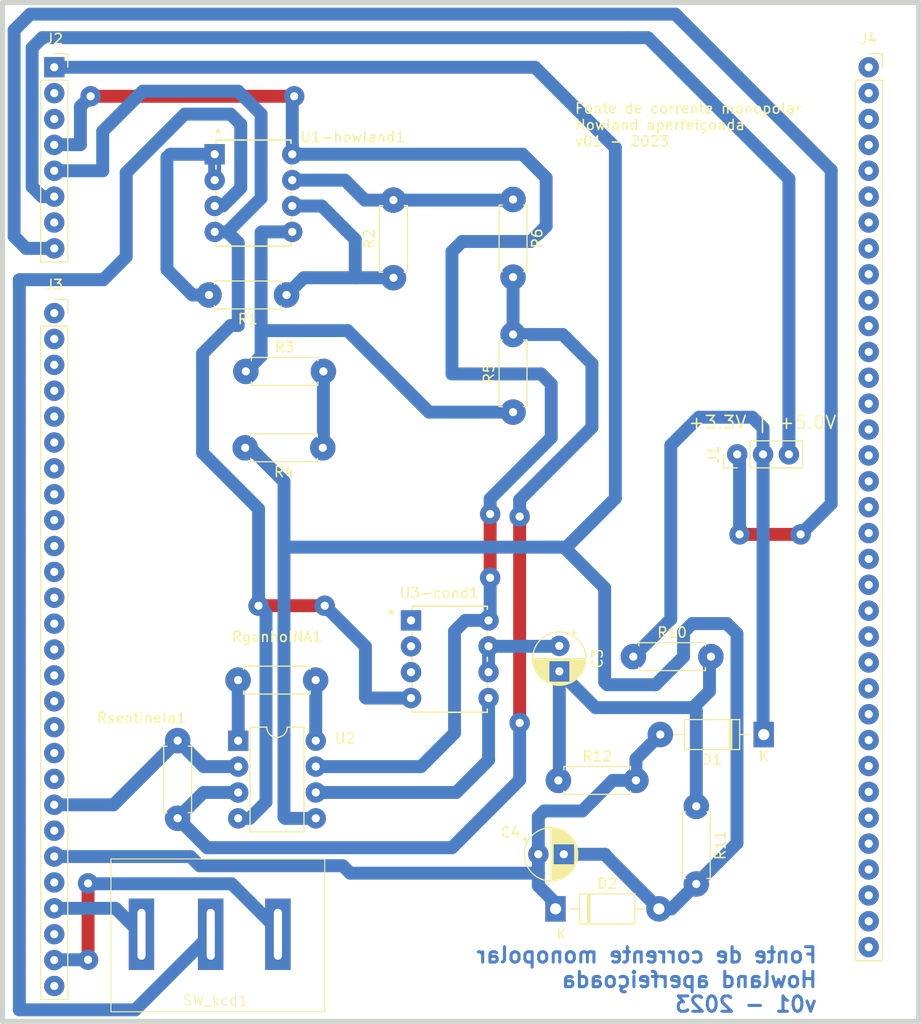
<source format=kicad_pcb>
(kicad_pcb (version 20221018) (generator pcbnew)
  (title_block (title "Barramento do EITduino") (date "2023-04-12") (rev "v01") (company "EITduino") (comment 1 "Autor: Gustavo Pinheiro") (comment 2 "Barramento proposto para uma placa 90x100 mm") (comment 3 "placa de face simples"))
  (layers (0 "F.Cu" signal) (31 "B.Cu" signal) (34 "B.Paste" user) (35 "F.Paste" user) (36 "B.SilkS" user "B.Silkscreen") (37 "F.SilkS" user "F.Silkscreen") (38 "B.Mask" user) (39 "F.Mask" user) (44 "Edge.Cuts" user))
  (net 0 "")
  (net 1 "VCC")
  (net 2 "VEE")
  (net 3 "+9V")
  (net 4 "-9V")
  (net 5 "+5V")
  (net 6 "-5V")
  (net 7 "+3.3V")
  (net 47 "Earth")
  (net 49 "I1")
  (net 50 "I2")
  (net 51 "Ampl1")
  (net 52 "Ampl2")
  (net 53 "Sin1")
  (net 54 "Sin2")
  (net 55 "SinA")
  (net 56 "SinB")
  (net 57 "SINC")
  (net 58 "SPI_COPI")
  (net 59 "SPI_CIPO")
  (net 60 "SPI_clk")
  (net 61 "CS (AD9833)")
  (net 62 "CS (X9c10x)")
  (net 63 "nó1")
  (net 64 "nó2")
  (net 65 "SCL3")
  (net 66 "SDA3")
  (net 67 "SCL2")
  (net 68 "SDA2")
  (net 69 "SCL1")
  (net 70 "SDA1")
  (net 71 "Net-(U1-howland1--IN2)")
  (net 72 "out_buffer")
  (net 73 "Net-(U1-howland1-OUT2)")
  (net 74 "Net-(U1-howland1-+IN2)")
  (net 75 "Net-(R3-Pad2)")
  (net 76 "out_corrente")
  (net 77 "Net-(RganhoINA1-Pad1)")
  (net 78 "Net-(RganhoINA1-Pad2)")
  (net 79 "Net-(U1-howland1-+IN1)")
  (net 80 "Net-(D1-K)")
  (net 82 "V_INA")
  (footprint "Connector_PinHeader_2.54mm:PinHeader_1x03_P2.54mm_Vertical" (layer "F.Cu") (at 173.77 95.145 90)
    (fp_text reference "J1" (at 0 -2.33 90) (layer "F.SilkS"))
    (fp_text value "Vref")
    (pad "1" thru_hole circle (at 0 0 90) (size 2 2) (drill 0.8) (layers "*.Cu" "*.Mask") (net 7 "+3.3V"))
    (pad "2" thru_hole circle (at 0 2.54 90) (size 2 2) (drill 0.8) (layers "*.Cu" "*.Mask") (net 80 "Net-(D1-K)"))
    (pad "3" thru_hole circle (at 0 5.08 90) (size 2 2) (drill 0.8) (layers "*.Cu" "*.Mask") (net 5 "+5V"))
  )
  (footprint "Resistor_THT:R_Axial_DIN0207_L6.3mm_D2.5mm_P7.62mm_Horizontal" (layer "F.Cu") (at 156.203 127.145)
    (fp_text reference "R12" (at 3.81 -2.37) (layer "F.SilkS"))
    (fp_text value "220")
    (pad "1" thru_hole circle (at 0 0) (size 2.5 2.5) (drill 0.8) (layers "*.Cu" "*.Mask") (net 64 "nó2"))
    (pad "2" thru_hole circle (at 7.62 0) (size 2.5 2.5) (drill 0.8) (layers "*.Cu" "*.Mask") (net 51 "Ampl1"))
  )
  (footprint "Resistor_THT:R_Axial_DIN0207_L6.3mm_D2.5mm_P7.62mm_Horizontal" (layer "F.Cu") (at 118.8 130.86 90)
    (fp_text reference "Rsentinela1" (at 9.86 -3.55 180) (layer "F.SilkS"))
    (fp_text value "10")
    (pad "1" thru_hole circle (at 0 0 90) (size 2.5 2.5) (drill 0.8) (layers "*.Cu" "*.Mask") (net 76 "out_corrente"))
    (pad "2" thru_hole circle (at 7.62 0 90) (size 2.5 2.5) (drill 0.8) (layers "*.Cu" "*.Mask") (net 49 "I1"))
  )
  (footprint "Capacitor_THT:CP_Radial_D5.0mm_P2.50mm" (layer "F.Cu") (at 154.235888 134.395)
    (fp_text reference "C4" (at -2.735888 -2.145) (layer "F.SilkS"))
    (fp_text value "470 pF")
    (pad "1" thru_hole circle (at 0 0) (size 2 2) (drill 0.8) (layers "*.Cu" "*.Mask") (net 51 "Ampl1"))
    (pad "2" thru_hole rect (at 2.5 0) (size 2 2.5) (drill 0.8) (layers "*.Cu" "*.Mask") (net 47 "Earth"))
  )
  (footprint "Package_DIP:DIP-8_W7.62mm" (layer "F.Cu") (at 124.75 123.25)
    (fp_text reference "U2" (at 10.5 -0.25) (layer "F.SilkS"))
    (fp_text value "INA128")
    (pad "1" thru_hole rect (at 0 0) (size 2 2) (drill 0.8) (layers "*.Cu" "*.Mask") (net 77 "Net-(RganhoINA1-Pad1)"))
    (pad "2" thru_hole circle (at 0 2.54) (size 2 2) (drill 0.8) (layers "*.Cu" "*.Mask") (net 49 "I1"))
    (pad "3" thru_hole circle (at 0 5.08) (size 2 2) (drill 0.8) (layers "*.Cu" "*.Mask") (net 76 "out_corrente"))
    (pad "4" thru_hole circle (at 0 7.62) (size 2 2) (drill 0.8) (layers "*.Cu" "*.Mask") (net 4 "-9V"))
    (pad "5" thru_hole circle (at 7.62 7.62) (size 2 2) (drill 0.8) (layers "*.Cu" "*.Mask") (net 47 "Earth"))
    (pad "6" thru_hole circle (at 7.62 5.08) (size 2 2) (drill 0.8) (layers "*.Cu" "*.Mask") (net 82 "V_INA"))
    (pad "7" thru_hole circle (at 7.62 2.54) (size 2 2) (drill 0.8) (layers "*.Cu" "*.Mask") (net 3 "+9V"))
    (pad "8" thru_hole circle (at 7.62 0) (size 2 2) (drill 0.8) (layers "*.Cu" "*.Mask") (net 78 "Net-(RganhoINA1-Pad2)"))
  )
  (footprint "Connector_PinSocket_2.54mm:PinSocket_1x35_P2.54mm_Vertical" (layer "F.Cu") (at 186.69 57.15)
    (fp_text reference "J4" (at 0 -2.77) (layer "F.SilkS"))
    (fp_text value "comunicacao / sinais digitais")
    (pad "1" thru_hole circle (at 0 0) (size 2 2) (drill 0.8) (layers "*.Cu" "*.Mask") (net 57 "SINC"))
    (pad "2" thru_hole circle (at 0 2.54) (size 2 2) (drill 0.8) (layers "*.Cu" "*.Mask") (net 58 "SPI_COPI"))
    (pad "3" thru_hole circle (at 0 5.08) (size 2 2) (drill 0.8) (layers "*.Cu" "*.Mask") (net 59 "SPI_CIPO"))
    (pad "4" thru_hole circle (at 0 7.62) (size 2 2) (drill 0.8) (layers "*.Cu" "*.Mask") (net 60 "SPI_clk"))
    (pad "5" thru_hole circle (at 0 10.16) (size 2 2) (drill 0.8) (layers "*.Cu" "*.Mask") (net 61 "CS (AD9833)"))
    (pad "6" thru_hole circle (at 0 12.7) (size 2 2) (drill 0.8) (layers "*.Cu" "*.Mask") (net 62 "CS (X9c10x)"))
    (pad "7" thru_hole circle (at 0 15.24) (size 2 2) (drill 0.8) (layers "*.Cu" "*.Mask"))
    (pad "8" thru_hole circle (at 0 17.78) (size 2 2) (drill 0.8) (layers "*.Cu" "*.Mask"))
    (pad "9" thru_hole circle (at 0 20.32) (size 2 2) (drill 0.8) (layers "*.Cu" "*.Mask"))
    (pad "10" thru_hole circle (at 0 22.86) (size 2 2) (drill 0.8) (layers "*.Cu" "*.Mask"))
    (pad "11" thru_hole circle (at 0 25.4) (size 2 2) (drill 0.8) (layers "*.Cu" "*.Mask"))
    (pad "12" thru_hole circle (at 0 27.94) (size 2 2) (drill 0.8) (layers "*.Cu" "*.Mask"))
    (pad "13" thru_hole circle (at 0 30.48) (size 2 2) (drill 0.8) (layers "*.Cu" "*.Mask"))
    (pad "14" thru_hole circle (at 0 33.02) (size 2 2) (drill 0.8) (layers "*.Cu" "*.Mask"))
    (pad "15" thru_hole circle (at 0 35.56) (size 2 2) (drill 0.8) (layers "*.Cu" "*.Mask"))
    (pad "16" thru_hole circle (at 0 38.1) (size 2 2) (drill 0.8) (layers "*.Cu" "*.Mask"))
    (pad "17" thru_hole circle (at 0 40.64) (size 2 2) (drill 0.8) (layers "*.Cu" "*.Mask"))
    (pad "18" thru_hole circle (at 0 43.18) (size 2 2) (drill 0.8) (layers "*.Cu" "*.Mask"))
    (pad "19" thru_hole circle (at 0 45.72) (size 2 2) (drill 0.8) (layers "*.Cu" "*.Mask"))
    (pad "20" thru_hole circle (at 0 48.26) (size 2 2) (drill 0.8) (layers "*.Cu" "*.Mask"))
    (pad "21" thru_hole circle (at 0 50.8) (size 2 2) (drill 0.8) (layers "*.Cu" "*.Mask"))
    (pad "22" thru_hole circle (at 0 53.34) (size 2 2) (drill 0.8) (layers "*.Cu" "*.Mask"))
    (pad "23" thru_hole circle (at 0 55.88) (size 2 2) (drill 0.8) (layers "*.Cu" "*.Mask"))
    (pad "24" thru_hole circle (at 0 58.42) (size 2 2) (drill 0.8) (layers "*.Cu" "*.Mask"))
    (pad "25" thru_hole circle (at 0 60.96) (size 2 2) (drill 0.8) (layers "*.Cu" "*.Mask"))
    (pad "26" thru_hole circle (at 0 63.5) (size 2 2) (drill 0.8) (layers "*.Cu" "*.Mask"))
    (pad "27" thru_hole circle (at 0 66.04) (size 2 2) (drill 0.8) (layers "*.Cu" "*.Mask"))
    (pad "28" thru_hole circle (at 0 68.58) (size 2 2) (drill 0.8) (layers "*.Cu" "*.Mask"))
    (pad "29" thru_hole circle (at 0 71.12) (size 2 2) (drill 0.8) (layers "*.Cu" "*.Mask"))
    (pad "30" thru_hole circle (at 0 73.66) (size 2 2) (drill 0.8) (layers "*.Cu" "*.Mask") (net 65 "SCL3"))
    (pad "31" thru_hole circle (at 0 76.2) (size 2 2) (drill 0.8) (layers "*.Cu" "*.Mask") (net 66 "SDA3"))
    (pad "32" thru_hole circle (at 0 78.74) (size 2 2) (drill 0.8) (layers "*.Cu" "*.Mask") (net 67 "SCL2"))
    (pad "33" thru_hole circle (at 0 81.28) (size 2 2) (drill 0.8) (layers "*.Cu" "*.Mask") (net 68 "SDA2"))
    (pad "34" thru_hole circle (at 0 83.82) (size 2 2) (drill 0.8) (layers "*.Cu" "*.Mask") (net 69 "SCL1"))
    (pad "35" thru_hole circle (at 0 86.36) (size 2 2) (drill 0.8) (layers "*.Cu" "*.Mask") (net 70 "SDA1"))
  )
  (footprint "AD828AN:N_8_ADI" (layer "F.Cu") (at 141.725 111.443)
    (fp_text reference "U3-cond1" (at 2.775 -2.693 unlocked) (layer "F.SilkS"))
    (fp_text value "AD828AN")
    (fp_text user "*" (at -1.975 -0.443 unlocked) (layer "F.SilkS"))
    (pad "1" thru_hole rect (at 0 0) (size 2 2) (drill 0.8) (layers "*.Cu" "*.Mask"))
    (pad "2" thru_hole circle (at 0 2.54) (size 2 2) (drill 0.8) (layers "*.Cu" "*.Mask"))
    (pad "3" thru_hole circle (at 0 5.08) (size 2 2) (drill 0.8) (layers "*.Cu" "*.Mask"))
    (pad "4" thru_hole circle (at 0 7.62) (size 2 2) (drill 0.8) (layers "*.Cu" "*.Mask") (net 4 "-9V"))
    (pad "5" thru_hole circle (at 7.62 7.62) (size 2 2) (drill 0.8) (layers "*.Cu" "*.Mask") (net 82 "V_INA"))
    (pad "6" thru_hole circle (at 7.62 5.08) (size 2 2) (drill 0.8) (layers "*.Cu" "*.Mask") (net 63 "nó1"))
    (pad "7" thru_hole circle (at 7.62 2.54) (size 2 2) (drill 0.8) (layers "*.Cu" "*.Mask") (net 63 "nó1"))
    (pad "8" thru_hole circle (at 7.62 0) (size 2 2) (drill 0.8) (layers "*.Cu" "*.Mask") (net 3 "+9V"))
  )
  (footprint "Resistor_THT:R_Axial_DIN0207_L6.3mm_D2.5mm_P7.62mm_Horizontal" (layer "F.Cu") (at 163.569 114.999)
    (fp_text reference "R10" (at 3.81 -2.37) (layer "F.SilkS"))
    (fp_text value "100k")
    (pad "1" thru_hole circle (at 0 0) (size 2.5 2.5) (drill 0.8) (layers "*.Cu" "*.Mask") (net 80 "Net-(D1-K)"))
    (pad "2" thru_hole circle (at 7.62 0) (size 2.5 2.5) (drill 0.8) (layers "*.Cu" "*.Mask") (net 64 "nó2"))
  )
  (footprint "Resistor_THT:R_Axial_DIN0207_L6.3mm_D2.5mm_P7.62mm_Horizontal" (layer "F.Cu") (at 129.5 79.5 180)
    (fp_text reference "R1" (at 3.81 -2.37) (layer "F.SilkS"))
    (fp_text value "100k")
    (pad "1" thru_hole circle (at 0 0 180) (size 2.5 2.5) (drill 0.8) (layers "*.Cu" "*.Mask") (net 71 "Net-(U1-howland1--IN2)"))
    (pad "2" thru_hole circle (at 7.62 0 180) (size 2.5 2.5) (drill 0.8) (layers "*.Cu" "*.Mask") (net 72 "out_buffer"))
  )
  (footprint "Connector_PinSocket_2.54mm:PinSocket_1x08_P2.54mm_Vertical" (layer "F.Cu") (at 106.68 57.15)
    (fp_text reference "J2" (at 0 -2.77) (layer "F.SilkS"))
    (fp_text value "tensoes")
    (pad "1" thru_hole rect (at 0 0) (size 2 2) (drill 0.8) (layers "*.Cu" "*.Mask") (net 47 "Earth"))
    (pad "2" thru_hole oval (at 0 2.54) (size 2 2) (drill 0.8) (layers "*.Cu" "*.Mask") (net 1 "VCC"))
    (pad "3" thru_hole oval (at 0 5.08) (size 2 2) (drill 0.8) (layers "*.Cu" "*.Mask") (net 2 "VEE"))
    (pad "4" thru_hole oval (at 0 7.62) (size 2 2) (drill 0.8) (layers "*.Cu" "*.Mask") (net 3 "+9V"))
    (pad "5" thru_hole oval (at 0 10.16) (size 2 2) (drill 0.8) (layers "*.Cu" "*.Mask") (net 4 "-9V"))
    (pad "6" thru_hole oval (at 0 12.7) (size 2 2) (drill 0.8) (layers "*.Cu" "*.Mask") (net 5 "+5V"))
    (pad "7" thru_hole oval (at 0 15.24) (size 2 2) (drill 0.8) (layers "*.Cu" "*.Mask") (net 6 "-5V"))
    (pad "8" thru_hole oval (at 0 17.78) (size 2 2) (drill 0.8) (layers "*.Cu" "*.Mask") (net 7 "+3.3V"))
  )
  (footprint "Connector_PinSocket_2.54mm:PinSocket_1x27_P2.54mm_Vertical" (layer "F.Cu") (at 106.68 81.28)
    (fp_text reference "J3" (at 0 -2.77) (layer "F.SilkS"))
    (fp_text value "sinais analogicos")
    (pad "1" thru_hole oval (at 0 0) (size 2 2) (drill 0.8) (layers "*.Cu" "*.Mask"))
    (pad "2" thru_hole circle (at 0 2.54) (size 2 2) (drill 0.8) (layers "*.Cu" "*.Mask"))
    (pad "3" thru_hole circle (at 0 5.08) (size 2 2) (drill 0.8) (layers "*.Cu" "*.Mask"))
    (pad "4" thru_hole circle (at 0 7.62) (size 2 2) (drill 0.8) (layers "*.Cu" "*.Mask"))
    (pad "5" thru_hole circle (at 0 10.16) (size 2 2) (drill 0.8) (layers "*.Cu" "*.Mask"))
    (pad "6" thru_hole circle (at 0 12.7) (size 2 2) (drill 0.8) (layers "*.Cu" "*.Mask"))
    (pad "7" thru_hole circle (at 0 15.24) (size 2 2) (drill 0.8) (layers "*.Cu" "*.Mask"))
    (pad "8" thru_hole circle (at 0 17.78) (size 2 2) (drill 0.8) (layers "*.Cu" "*.Mask"))
    (pad "9" thru_hole circle (at 0 20.32) (size 2 2) (drill 0.8) (layers "*.Cu" "*.Mask"))
    (pad "10" thru_hole circle (at 0 22.86) (size 2 2) (drill 0.8) (layers "*.Cu" "*.Mask"))
    (pad "11" thru_hole circle (at 0 25.4) (size 2 2) (drill 0.8) (layers "*.Cu" "*.Mask"))
    (pad "12" thru_hole circle (at 0 27.94) (size 2 2) (drill 0.8) (layers "*.Cu" "*.Mask"))
    (pad "13" thru_hole circle (at 0 30.48) (size 2 2) (drill 0.8) (layers "*.Cu" "*.Mask"))
    (pad "14" thru_hole circle (at 0 33.02) (size 2 2) (drill 0.8) (layers "*.Cu" "*.Mask"))
    (pad "15" thru_hole circle (at 0 35.56) (size 2 2) (drill 0.8) (layers "*.Cu" "*.Mask"))
    (pad "16" thru_hole circle (at 0 38.1) (size 2 2) (drill 0.8) (layers "*.Cu" "*.Mask"))
    (pad "17" thru_hole circle (at 0 40.64) (size 2 2) (drill 0.8) (layers "*.Cu" "*.Mask"))
    (pad "18" thru_hole circle (at 0 43.18) (size 2 2) (drill 0.8) (layers "*.Cu" "*.Mask"))
    (pad "19" thru_hole circle (at 0 45.72) (size 2 2) (drill 0.8) (layers "*.Cu" "*.Mask"))
    (pad "20" thru_hole circle (at 0 48.26) (size 2 2) (drill 0.8) (layers "*.Cu" "*.Mask") (net 49 "I1"))
    (pad "21" thru_hole circle (at 0 50.8) (size 2 2) (drill 0.8) (layers "*.Cu" "*.Mask") (net 50 "I2"))
    (pad "22" thru_hole circle (at 0 53.34) (size 2 2) (drill 0.8) (layers "*.Cu" "*.Mask") (net 51 "Ampl1"))
    (pad "23" thru_hole circle (at 0 55.88) (size 2 2) (drill 0.8) (layers "*.Cu" "*.Mask") (net 52 "Ampl2"))
    (pad "24" thru_hole circle (at 0 58.42) (size 2 2) (drill 0.8) (layers "*.Cu" "*.Mask") (net 53 "Sin1"))
    (pad "25" thru_hole circle (at 0 60.96) (size 2 2) (drill 0.8) (layers "*.Cu" "*.Mask") (net 54 "Sin2"))
    (pad "26" thru_hole circle (at 0 63.5) (size 2 2) (drill 0.8) (layers "*.Cu" "*.Mask") (net 55 "SinA"))
    (pad "27" thru_hole circle (at 0 66.04) (size 2 2) (drill 0.8) (layers "*.Cu" "*.Mask") (net 56 "SinB"))
  )
  (footprint "Resistor_THT:R_Axial_DIN0207_L6.3mm_D2.5mm_P7.62mm_Horizontal" (layer "F.Cu") (at 124.74 117.3)
    (fp_text reference "RganhoINA1" (at 3.81 -4.25) (layer "F.SilkS"))
    (fp_text value "3,3k")
    (pad "1" thru_hole circle (at 0 0) (size 2.5 2.5) (drill 0.8) (layers "*.Cu" "*.Mask") (net 77 "Net-(RganhoINA1-Pad1)"))
    (pad "2" thru_hole circle (at 7.62 0) (size 2.5 2.5) (drill 0.8) (layers "*.Cu" "*.Mask") (net 78 "Net-(RganhoINA1-Pad2)"))
  )
  (footprint "Capacitor_THT:CP_Radial_D5.0mm_P2.50mm" (layer "F.Cu") (at 156.295 113.939888 -90)
    (fp_text reference "C3" (at 1.25 -3.75 90) (layer "F.SilkS"))
    (fp_text value "1 uF")
    (pad "1" thru_hole circle (at 0 0 270) (size 2 2) (drill 0.8) (layers "*.Cu" "*.Mask") (net 63 "nó1"))
    (pad "2" thru_hole rect (at 2.5 0 270) (size 2 2.5) (drill 0.8) (layers "*.Cu" "*.Mask") (net 64 "nó2"))
  )
  (footprint "Diode_THT:D_DO-41_SOD81_P10.16mm_Horizontal" (layer "F.Cu") (at 155.92 139.75)
    (fp_text reference "D2" (at 5.08 -2.47) (layer "F.SilkS"))
    (fp_text value "1N5819")
    (fp_text user "K" (at 0.58 2.5) (layer "F.SilkS"))
    (pad "1" thru_hole rect (at 0 0) (size 2 2.5) (drill 1.1) (layers "*.Cu" "*.Mask") (net 51 "Ampl1"))
    (pad "2" thru_hole circle (at 10.16 0) (size 2.5 2.5) (drill 1.1) (layers "*.Cu" "*.Mask") (net 47 "Earth"))
  )
  (footprint "Chave_Gangorra:chave gangorra 3 pinos" (layer "F.Cu") (at 122.05 150.25)
    (fp_text reference "SW_kcd1" (at 0.45 -1.5 unlocked) (layer "F.SilkS") (effects (font (thickness 0.1))))
    (fp_text value "sw")
    (pad "1" thru_hole rect (at 0 -8) (size 2.5 7) (drill oval 0.8 5) (layers "*.Cu" "*.Mask") (net 79 "Net-(U1-howland1-+IN1)"))
    (pad "2" thru_hole rect (at -6.8 -8) (size 2.5 7) (drill oval 0.8 5) (layers "*.Cu" "*.Mask") (net 53 "Sin1"))
    (pad "3" thru_hole rect (at 6.6 -8) (size 2.5 7) (drill oval 0.8 5) (layers "*.Cu" "*.Mask") (net 55 "SinA"))
  )
  (footprint "Resistor_THT:R_Axial_DIN0207_L6.3mm_D2.5mm_P7.62mm_Horizontal" (layer "F.Cu") (at 133.06 94.5 180)
    (fp_text reference "R4" (at 3.81 -2.37) (layer "F.SilkS"))
    (fp_text value "1k")
    (pad "1" thru_hole circle (at 0 0 180) (size 2.5 2.5) (drill 0.8) (layers "*.Cu" "*.Mask") (net 75 "Net-(R3-Pad2)"))
    (pad "2" thru_hole circle (at 7.62 0 180) (size 2.5 2.5) (drill 0.8) (layers "*.Cu" "*.Mask") (net 47 "Earth"))
  )
  (footprint "Resistor_THT:R_Axial_DIN0207_L6.3mm_D2.5mm_P7.62mm_Horizontal" (layer "F.Cu") (at 151.75 70.13 -90)
    (fp_text reference "R6" (at 3.81 -2.37 90) (layer "F.SilkS"))
    (fp_text value "1k")
    (pad "1" thru_hole circle (at 0 0 270) (size 2.5 2.5) (drill 0.8) (layers "*.Cu" "*.Mask") (net 73 "Net-(U1-howland1-OUT2)"))
    (pad "2" thru_hole circle (at 7.62 0 270) (size 2.5 2.5) (drill 0.8) (layers "*.Cu" "*.Mask") (net 76 "out_corrente"))
  )
  (footprint "Resistor_THT:R_Axial_DIN0207_L6.3mm_D2.5mm_P7.62mm_Horizontal" (layer "F.Cu") (at 140 77.81 90)
    (fp_text reference "R2" (at 3.81 -2.37 90) (layer "F.SilkS"))
    (fp_text value "100k")
    (pad "1" thru_hole circle (at 0 0 90) (size 2.5 2.5) (drill 0.8) (layers "*.Cu" "*.Mask") (net 71 "Net-(U1-howland1--IN2)"))
    (pad "2" thru_hole circle (at 7.62 0 90) (size 2.5 2.5) (drill 0.8) (layers "*.Cu" "*.Mask") (net 73 "Net-(U1-howland1-OUT2)"))
  )
  (footprint "Diode_THT:D_DO-41_SOD81_P10.16mm_Horizontal" (layer "F.Cu") (at 176.375 122.645 180)
    (fp_text reference "D1" (at 5.08 -2.47) (layer "F.SilkS"))
    (fp_text value "1N5819")
    (fp_text user "K" (at 0 -2.1) (layer "F.SilkS"))
    (pad "1" thru_hole rect (at 0 0 180) (size 2 2.5) (drill 1.1) (layers "*.Cu" "*.Mask") (net 80 "Net-(D1-K)"))
    (pad "2" thru_hole circle (at 10.16 0 180) (size 2.5 2.5) (drill 0.8) (layers "*.Cu" "*.Mask") (net 51 "Ampl1"))
  )
  (footprint "Resistor_THT:R_Axial_DIN0207_L6.3mm_D2.5mm_P7.62mm_Horizontal" (layer "F.Cu") (at 169.75 129.69 -90)
    (fp_text reference "R11" (at 3.81 -2.37 90) (layer "F.SilkS"))
    (fp_text value "100k")
    (pad "1" thru_hole circle (at 0 0 270) (size 2.5 2.5) (drill 0.8) (layers "*.Cu" "*.Mask") (net 64 "nó2"))
    (pad "2" thru_hole circle (at 7.62 0 270) (size 2.5 2.5) (drill 0.8) (layers "*.Cu" "*.Mask") (net 47 "Earth"))
  )
  (footprint "Resistor_THT:R_Axial_DIN0207_L6.3mm_D2.5mm_P7.62mm_Horizontal" (layer "F.Cu") (at 125.5 87)
    (fp_text reference "R3" (at 3.81 -2.37) (layer "F.SilkS"))
    (fp_text value "100k")
    (pad "1" thru_hole circle (at 0 0) (size 2.5 2.5) (drill 0.8) (layers "*.Cu" "*.Mask") (net 74 "Net-(U1-howland1-+IN2)"))
    (pad "2" thru_hole circle (at 7.62 0) (size 2.5 2.5) (drill 0.8) (layers "*.Cu" "*.Mask") (net 75 "Net-(R3-Pad2)"))
  )
  (footprint "AD828AN:N_8_ADI" (layer "F.Cu") (at 122.44 65.69)
    (fp_text reference "U1-howland1" (at 13.56 -1.69 unlocked) (layer "F.SilkS"))
    (fp_text value "AD828AN")
    (fp_text user "*" (at 0.31 -1.94 unlocked) (layer "F.SilkS"))
    (pad "1" thru_hole rect (at 0 0) (size 2 2) (drill 0.8) (layers "*.Cu" "*.Mask") (net 72 "out_buffer"))
    (pad "2" thru_hole circle (at 0 2.54) (size 2 2) (drill 0.8) (layers "*.Cu" "*.Mask") (net 72 "out_buffer"))
    (pad "3" thru_hole circle (at 0 5.08) (size 2 2) (drill 0.8) (layers "*.Cu" "*.Mask") (net 79 "Net-(U1-howland1-+IN1)"))
    (pad "4" thru_hole circle (at 0 7.62) (size 2 2) (drill 0.8) (layers "*.Cu" "*.Mask") (net 4 "-9V"))
    (pad "5" thru_hole circle (at 7.62 7.62) (size 2 2) (drill 0.8) (layers "*.Cu" "*.Mask") (net 74 "Net-(U1-howland1-+IN2)"))
    (pad "6" thru_hole circle (at 7.62 5.08) (size 2 2) (drill 0.8) (layers "*.Cu" "*.Mask") (net 71 "Net-(U1-howland1--IN2)"))
    (pad "7" thru_hole circle (at 7.62 2.54) (size 2 2) (drill 0.8) (layers "*.Cu" "*.Mask") (net 73 "Net-(U1-howland1-OUT2)"))
    (pad "8" thru_hole circle (at 7.62 0) (size 2 2) (drill 0.8) (layers "*.Cu" "*.Mask") (net 3 "+9V"))
  )
  (footprint "Resistor_THT:R_Axial_DIN0207_L6.3mm_D2.5mm_P7.62mm_Horizontal" (layer "F.Cu") (at 151.75 91 90)
    (fp_text reference "R5" (at 3.81 -2.37 90) (layer "F.SilkS"))
    (fp_text value "100k")
    (pad "1" thru_hole circle (at 0 0 90) (size 2.5 2.5) (drill 0.8) (layers "*.Cu" "*.Mask") (net 74 "Net-(U1-howland1-+IN2)"))
    (pad "2" thru_hole circle (at 7.62 0 90) (size 2.5 2.5) (drill 0.8) (layers "*.Cu" "*.Mask") (net 76 "out_corrente"))
  )
  (gr_line (start 191.6 50.8) (end 101.6 50.8) (stroke (width 0.5)) (layer "Edge.Cuts"))
  (gr_line (start 191.6 150.8) (end 191.6 50.8) (stroke (width 0.5)) (layer "Edge.Cuts"))
  (gr_line (start 191.59982 150.7998) (end 101.6 150.7998) (stroke (width 0.5)) (layer "Edge.Cuts"))
  (gr_line (start 101.6 50.8) (end 101.6 150.7998) (stroke (width 0.5)) (layer "Edge.Cuts"))
  (gr_text "Fonte de corrente monopolar\nHowland aperfeiçoada\nv01 - 2023\n" (at 181.75 150) (layer "B.Cu") (effects (font (size 1.5 1.5) (thickness 0.3) bold) (justify left bottom mirror)))
  (gr_text "+3.3V | +5.0V" (at 176.25 92.75) (layer "F.SilkS") (effects (font (size 1.27 1.27) (thickness 0.15875)) (justify bottom)))
  (gr_text "Fonte de corrente monopolar\nHowland aperfeiçoada\nv01 - 2023\n" (at 157.75 65) (layer "F.SilkS") (effects (font (size 1 1)) (justify left bottom)))
  (segment (start 149.5 101) (end 149.5 107.25) (width 1.27) (layer "F.Cu") (net 3))
  (segment (start 130.25 60) (end 110.25 60) (width 1.27) (layer "F.Cu") (net 3))
  (via (at 149.5 107.25) (size 2) (drill 0.8) (layers "F.Cu" "B.Cu") (net 3))
  (via (at 110.25 60) (size 2) (drill 0.8) (layers "F.Cu" "B.Cu") (net 3))
  (via (at 130.25 60) (size 2) (drill 0.8) (layers "F.Cu" "B.Cu") (net 3))
  (via (at 149.5 101) (size 2) (drill 0.8) (layers "F.Cu" "B.Cu") (net 3))
  (segment (start 155.5 88.25) (end 154.5 87.25) (width 1.27) (layer "B.Cu") (net 3))
  (segment (start 130.06 60.19) (end 130.25 60) (width 1.27) (layer "B.Cu") (net 3))
  (segment (start 155 72.75) (end 155 68) (width 1.27) (layer "B.Cu") (net 3))
  (segment (start 149.5 107.25) (end 149.5 111.288) (width 1.27) (layer "B.Cu") (net 3))
  (segment (start 145.75 87.25) (end 145.75 75.25) (width 1.27) (layer "B.Cu") (net 3))
  (segment (start 154.5 87.25) (end 145.75 87.25) (width 1.27) (layer "B.Cu") (net 3))
  (segment (start 145.75 75.25) (end 146.75 74.25) (width 1.27) (layer "B.Cu") (net 3))
  (segment (start 149.5 101) (end 149.5 99.5) (width 1.27) (layer "B.Cu") (net 3))
  (segment (start 149.345 111.443) (end 147.057 111.443) (width 1.27) (layer "B.Cu") (net 3))
  (segment (start 130.06 65.69) (end 130.06 60.19) (width 1.27) (layer "B.Cu") (net 3))
  (segment (start 152.69 65.69) (end 130.06 65.69) (width 1.27) (layer "B.Cu") (net 3))
  (segment (start 149.5 111.288) (end 149.345 111.443) (width 1.27) (layer "B.Cu") (net 3))
  (segment (start 109.25 64.75) (end 109.25 61) (width 1.27) (layer "B.Cu") (net 3))
  (segment (start 155.5 93.5) (end 155.5 88.25) (width 1.27) (layer "B.Cu") (net 3))
  (segment (start 109.25 61) (end 110.25 60) (width 1.27) (layer "B.Cu") (net 3))
  (segment (start 147.057 111.443) (end 146 112.5) (width 1.27) (layer "B.Cu") (net 3))
  (segment (start 149.5 99.5) (end 155.5 93.5) (width 1.27) (layer "B.Cu") (net 3))
  (segment (start 142.71 125.79) (end 132.37 125.79) (width 1.27) (layer "B.Cu") (net 3))
  (segment (start 106.68 64.77) (end 106.98 64.77) (width 1.27) (layer "B.Cu") (net 3))
  (segment (start 153.5 74.25) (end 155 72.75) (width 1.27) (layer "B.Cu") (net 3))
  (segment (start 146.75 74.25) (end 153.5 74.25) (width 1.27) (layer "B.Cu") (net 3))
  (segment (start 155 68) (end 152.69 65.69) (width 1.27) (layer "B.Cu") (net 3))
  (segment (start 106.98 64.77) (end 107 64.75) (width 1.27) (layer "B.Cu") (net 3))
  (segment (start 107 64.75) (end 109.25 64.75) (width 1.27) (layer "B.Cu") (net 3))
  (segment (start 146 122.5) (end 142.71 125.79) (width 1.27) (layer "B.Cu") (net 3))
  (segment (start 146 112.5) (end 146 122.5) (width 1.27) (layer "B.Cu") (net 3))
  (segment (start 133.25 110) (end 126.75 110) (width 1.27) (layer "F.Cu") (net 4))
  (via (at 126.75 110) (size 2) (drill 0.8) (layers "F.Cu" "B.Cu") (net 4))
  (via (at 133.25 110) (size 2) (drill 0.8) (layers "F.Cu" "B.Cu") (net 4))
  (segment (start 124.75 74.37) (end 124.75 82.5) (width 1.27) (layer "B.Cu") (net 4))
  (segment (start 122.44 73.31) (end 123.69 73.31) (width 1.27) (layer "B.Cu") (net 4))
  (segment (start 125.88 130.87) (end 124.75 130.87) (width 1.27) (layer "B.Cu") (net 4))
  (segment (start 124.75 82.5) (end 124 82.5) (width 1.27) (layer "B.Cu") (net 4))
  (segment (start 127.48 129.27) (end 125.88 130.87) (width 1.27) (layer "B.Cu") (net 4))
  (segment (start 121.25 95) (end 126.75 100.5) (width 1.27) (layer "B.Cu") (net 4))
  (segment (start 126.75 100.5) (end 126.75 110) (width 1.27) (layer "B.Cu") (net 4))
  (segment (start 124.75 59.5) (end 115.375 59.5) (width 1.27) (layer "B.Cu") (net 4))
  (segment (start 137.25 119) (end 137.313 119.063) (width 1.27) (layer "B.Cu") (net 4))
  (segment (start 123.69 73.31) (end 124.75 74.37) (width 1.27) (layer "B.Cu") (net 4))
  (segment (start 124 82.5) (end 121.25 85.25) (width 1.27) (layer "B.Cu") (net 4))
  (segment (start 111.44 63.435) (end 111.44 67.31) (width 1.27) (layer "B.Cu") (net 4))
  (segment (start 115.375 59.5) (end 111.44 63.435) (width 1.27) (layer "B.Cu") (net 4))
  (segment (start 127.48 129.27) (end 127.48 110.73) (width 1.27) (layer "B.Cu") (net 4))
  (segment (start 127 61.75) (end 124.75 59.5) (width 1.27) (layer "B.Cu") (net 4))
  (segment (start 111.44 67.31) (end 106.68 67.31) (width 1.27) (layer "B.Cu") (net 4))
  (segment (start 137.313 119.063) (end 141.725 119.063) (width 1.27) (layer "B.Cu") (net 4))
  (segment (start 133.25 110) (end 137.25 114) (width 1.27) (layer "B.Cu") (net 4))
  (segment (start 127.48 110.73) (end 126.75 110) (width 1.27) (layer "B.Cu") (net 4))
  (segment (start 127 70) (end 127 61.75) (width 1.27) (layer "B.Cu") (net 4))
  (segment (start 121.25 85.25) (end 121.25 95) (width 1.27) (layer "B.Cu") (net 4))
  (segment (start 137.25 114) (end 137.25 119) (width 1.27) (layer "B.Cu") (net 4))
  (segment (start 123.69 73.31) (end 127 70) (width 1.27) (layer "B.Cu") (net 4))
  (segment (start 104.505 68.877081) (end 105.477919 69.85) (width 1.27) (layer "B.Cu") (net 5))
  (segment (start 178.85 95.145) (end 178.85 68.1) (width 1.27) (layer "B.Cu") (net 5))
  (segment (start 105.505 54.25) (end 104.505 55.25) (width 1.27) (layer "B.Cu") (net 5))
  (segment (start 163 54.25) (end 105.505 54.25) (width 1.27) (layer "B.Cu") (net 5))
  (segment (start 105.477919 69.85) (end 106.68 69.85) (width 1.27) (layer "B.Cu") (net 5))
  (segment (start 104.505 55.25) (end 104.505 68.877081) (width 1.27) (layer "B.Cu") (net 5))
  (segment (start 178.85 68.1) (end 165 54.25) (width 1.27) (layer "B.Cu") (net 5))
  (segment (start 165 54.25) (end 163 54.25) (width 1.27) (layer "B.Cu") (net 5))
  (segment (start 174 103) (end 180 103) (width 1.27) (layer "F.Cu") (net 7))
  (via (at 180 103) (size 2) (drill 0.8) (layers "F.Cu" "B.Cu") (net 7))
  (via (at 174 103) (size 2) (drill 0.8) (layers "F.Cu" "B.Cu") (net 7))
  (segment (start 174.02 102.98) (end 174 103) (width 1.27) (layer "B.Cu") (net 7))
  (segment (start 174 95.375) (end 173.77 95.145) (width 1.27) (layer "B.Cu") (net 7))
  (segment (start 103.915 74.93) (end 106.68 74.93) (width 1.27) (layer "B.Cu") (net 7))
  (segment (start 104.315 51.935) (end 102.735 53.515) (width 1.27) (layer "B.Cu") (net 7))
  (segment (start 183 100) (end 183 67.25) (width 1.27) (layer "B.Cu") (net 7))
  (segment (start 174 103) (end 174 95.375) (width 1.27) (layer "B.Cu") (net 7))
  (segment (start 102.735 53.515) (end 102.735 73.75) (width 1.27) (layer "B.Cu") (net 7))
  (segment (start 183 67.25) (end 167.685 51.935) (width 1.27) (layer "B.Cu") (net 7))
  (segment (start 102.735 73.75) (end 103.915 74.93) (width 1.27) (layer "B.Cu") (net 7))
  (segment (start 167.685 51.935) (end 104.315 51.935) (width 1.27) (layer "B.Cu") (net 7))
  (segment (start 180 103) (end 183 100) (width 1.27) (layer "B.Cu") (net 7))
  (segment (start 160.795 134.395) (end 156.735888 134.395) (width 1.27) (layer "B.Cu") (net 47))
  (segment (start 161.799 99.451) (end 157 104.25) (width 1.27) (layer "B.Cu") (net 47))
  (segment (start 129.25 130.75) (end 129.25 97.81) (width 1.27) (layer "B.Cu") (net 47))
  (segment (start 173.75 112.75) (end 172.75 111.75) (width 1.27) (layer "B.Cu") (net 47))
  (segment (start 160.795 134.465) (end 160.795 134.395) (width 1.27) (layer "B.Cu") (net 47))
  (segment (start 153.9 57.15) (end 161.799 65.049) (width 1.27) (layer "B.Cu") (net 47))
  (segment (start 169.75 137.31) (end 173.75 133.31) (width 1.27) (layer "B.Cu") (net 47))
  (segment (start 173.75 133.31) (end 173.75 112.75) (width 1.27) (layer "B.Cu") (net 47))
  (segment (start 169.350748 111.75) (end 168.5 112.600748) (width 1.27) (layer "B.Cu") (net 47))
  (segment (start 161.799 65.049) (end 161.799 99.451) (width 1.27) (layer "B.Cu") (net 47))
  (segment (start 156.75 104.25) (end 155.426764 104.25) (width 1.27) (layer "B.Cu") (net 47))
  (segment (start 161 117.75) (end 160.75 117.5) (width 1.27) (layer "B.Cu") (net 47))
  (segment (start 165.75 117.75) (end 161 117.75) (width 1.27) (layer "B.Cu") (net 47))
  (segment (start 168.5 112.600748) (end 168.5 115) (width 1.27) (layer "B.Cu") (net 47))
  (segment (start 160.75 117.5) (end 160.75 108.25) (width 1.27) (layer "B.Cu") (net 47))
  (segment (start 166.08 139.75) (end 160.795 134.465) (width 1.27) (layer "B.Cu") (net 47))
  (segment (start 167.31 139.75) (end 169.75 137.31) (width 1.27) (layer "B.Cu") (net 47))
  (segment (start 129.25 97.81) (end 125.94 94.5) (width 1.27) (layer "B.Cu") (net 47))
  (segment (start 106.68 57.15) (end 153.9 57.15) (width 1.27) (layer "B.Cu") (net 47))
  (segment (start 160.75 108.25) (end 156.75 104.25) (width 1.27) (layer "B.Cu") (net 47))
  (segment (start 166.08 139.75) (end 167.31 139.75) (width 1.27) (layer "B.Cu") (net 47))
  (segment (start 129.37 130.87) (end 129.25 130.75) (width 1.27) (layer "B.Cu") (net 47))
  (segment (start 157 104.25) (end 155.426764 104.25) (width 1.27) (layer "B.Cu") (net 47))
  (segment (start 132.37 130.87) (end 129.37 130.87) (width 1.27) (layer "B.Cu") (net 47))
  (segment (start 168.5 115) (end 165.75 117.75) (width 1.27) (layer "B.Cu") (net 47))
  (segment (start 172.75 111.75) (end 169.350748 111.75) (width 1.27) (layer "B.Cu") (net 47))
  (segment (start 155.426764 104.25) (end 129.5 104.25) (width 1.27) (layer "B.Cu") (net 47))
  (segment (start 118.8 123.24) (end 112.5 129.54) (width 1.27) (layer "B.Cu") (net 49))
  (segment (start 112.5 129.54) (end 106.68 129.54) (width 1.27) (layer "B.Cu") (net 49))
  (segment (start 124.75 125.79) (end 121.35 125.79) (width 1.27) (layer "B.Cu") (net 49))
  (segment (start 121.35 125.79) (end 118.8 123.24) (width 1.27) (layer "B.Cu") (net 49))
  (segment (start 155.92 139.75) (end 155.92 139.184112) (width 1.27) (layer "B.Cu") (net 51))
  (segment (start 106.68 134.62) (end 120.056842 134.62) (width 1.27) (layer "B.Cu") (net 51))
  (segment (start 154.795 130.145) (end 154.235888 130.704112) (width 1.27) (layer "B.Cu") (net 51))
  (segment (start 135.02 135.52) (end 135.75 136.25) (width 1.27) (layer "B.Cu") (net 51))
  (segment (start 163.823 127.145) (end 161.545 127.145) (width 1.27) (layer "B.Cu") (net 51))
  (segment (start 120.056842 134.62) (end 120.956842 135.52) (width 1.27) (layer "B.Cu") (net 51))
  (segment (start 155.92 139.184112) (end 154.235888 137.5) (width 1.27) (layer "B.Cu") (net 51))
  (segment (start 163.823 127.145) (end 163.823 125.037) (width 1.27) (layer "B.Cu") (net 51))
  (segment (start 154.235888 130.704112) (end 154.235888 134.395) (width 1.27) (layer "B.Cu") (net 51))
  (segment (start 135.75 136.25) (end 154.235888 136.25) (width 1.27) (layer "B.Cu") (net 51))
  (segment (start 154.235888 137.5) (end 154.235888 136.25) (width 1.27) (layer "B.Cu") (net 51))
  (segment (start 154.235888 136.25) (end 154.235888 134.395) (width 1.27) (layer "B.Cu") (net 51))
  (segment (start 158.545 130.145) (end 154.795 130.145) (width 1.27) (layer "B.Cu") (net 51))
  (segment (start 120.956842 135.52) (end 135.02 135.52) (width 1.27) (layer "B.Cu") (net 51))
  (segment (start 161.545 127.145) (end 158.545 130.145) (width 1.27) (layer "B.Cu") (net 51))
  (segment (start 163.823 125.037) (end 166.215 122.645) (width 1.27) (layer "B.Cu") (net 51))
  (segment (start 115.25 142.25) (end 112.7 139.7) (width 1.27) (layer "B.Cu") (net 53))
  (segment (start 112.7 139.7) (end 106.68 139.7) (width 1.27) (layer "B.Cu") (net 53))
  (segment (start 110 137.25) (end 110 144.75) (width 1.27) (layer "F.Cu") (net 55))
  (via (at 110 144.75) (size 2) (drill 0.8) (layers "F.Cu" "B.Cu") (net 55))
  (via (at 110 137.25) (size 2) (drill 0.8) (layers "F.Cu" "B.Cu") (net 55))
  (segment (start 124.11 137.29) (end 110.04 137.29) (width 1.27) (layer "B.Cu") (net 55))
  (segment (start 106.71 144.75) (end 106.68 144.78) (width 1.27) (layer "B.Cu") (net 55))
  (segment (start 110.04 137.29) (end 110 137.25) (width 1.27) (layer "B.Cu") (net 55))
  (segment (start 128.65 141.83) (end 124.11 137.29) (width 1.27) (layer "B.Cu") (net 55))
  (segment (start 110 144.75) (end 106.71 144.75) (width 1.27) (layer "B.Cu") (net 55))
  (segment (start 128.65 142.25) (end 128.65 141.83) (width 1.27) (layer "B.Cu") (net 55))
  (segment (start 149.345 116.523) (end 149.345 113.983) (width 1.27) (layer "B.Cu") (net 63))
  (segment (start 156.251888 113.983) (end 156.295 113.939888) (width 1.27) (layer "B.Cu") (net 63))
  (segment (start 149.345 113.983) (end 156.251888 113.983) (width 1.27) (layer "B.Cu") (net 63))
  (segment (start 156.295 116.439888) (end 156.295 127.053) (width 1.27) (layer "B.Cu") (net 64))
  (segment (start 156.295 116.439888) (end 159.855112 120) (width 1.27) (layer "B.Cu") (net 64))
  (segment (start 156.295 127.053) (end 156.203 127.145) (width 1.27) (layer "B.Cu") (net 64))
  (segment (start 169.44 120) (end 171.045 118.395) (width 1.27) (layer "B.Cu") (net 64))
  (segment (start 171.045 118.395) (end 171.045 115.143) (width 1.27) (layer "B.Cu") (net 64))
  (segment (start 159.855112 120) (end 169.44 120) (width 1.27) (layer "B.Cu") (net 64))
  (segment (start 169.75 120.31) (end 169.44 120) (width 1.27) (layer "B.Cu") (net 64))
  (segment (start 171.045 115.143) (end 171.189 114.999) (width 1.27) (layer "B.Cu") (net 64))
  (segment (start 169.75 129.69) (end 169.75 120.31) (width 1.27) (layer "B.Cu") (net 64))
  (segment (start 140 77.81) (end 131.19 77.81) (width 1.27) (layer "B.Cu") (net 71))
  (segment (start 132.96 70.77) (end 136.25 74.06) (width 1.27) (layer "B.Cu") (net 71))
  (segment (start 131.19 77.81) (end 129.5 79.5) (width 1.27) (layer "B.Cu") (net 71))
  (segment (start 136.25 74.06) (end 136.25 77.81) (width 1.27) (layer "B.Cu") (net 71))
  (segment (start 130.06 70.77) (end 132.96 70.77) (width 1.27) (layer "B.Cu") (net 71))
  (segment (start 118.06 65.69) (end 122.44 65.69) (width 1.27) (layer "B.Cu") (net 72))
  (segment (start 117.75 77) (end 117.75 66) (width 1.27) (layer "B.Cu") (net 72))
  (segment (start 122.44 65.69) (end 122.44 68.23) (width 1.27) (layer "B.Cu") (net 72))
  (segment (start 117.75 66) (end 118.06 65.69) (width 1.27) (layer "B.Cu") (net 72))
  (segment (start 121.88 79.5) (end 120.25 79.5) (width 1.27) (layer "B.Cu") (net 72))
  (segment (start 120.25 79.5) (end 117.75 77) (width 1.27) (layer "B.Cu") (net 72))
  (segment (start 137.19 70.19) (end 135.23 68.23) (width 1.27) (layer "B.Cu") (net 73))
  (segment (start 135.23 68.23) (end 130.06 68.23) (width 1.27) (layer "B.Cu") (net 73))
  (segment (start 140 70.19) (end 151.69 70.19) (width 1.27) (layer "B.Cu") (net 73))
  (segment (start 151.69 70.19) (end 151.75 70.13) (width 1.27) (layer "B.Cu") (net 73))
  (segment (start 140 70.19) (end 137.19 70.19) (width 1.27) (layer "B.Cu") (net 73))
  (segment (start 127 73.37) (end 127.25 73.37) (width 1.27) (layer "B.Cu") (net 74))
  (segment (start 127 83) (end 127 85.25) (width 1.27) (layer "B.Cu") (net 74))
  (segment (start 135.5 83) (end 127.25 83) (width 1.27) (layer "B.Cu") (net 74))
  (segment (start 151.75 91) (end 143.5 91) (width 1.27) (layer "B.Cu") (net 74))
  (segment (start 127 85.5) (end 125.5 87) (width 1.27) (layer "B.Cu") (net 74))
  (segment (start 127 73.37) (end 127 83) (width 1.27) (layer "B.Cu") (net 74))
  (segment (start 127.06 73.31) (end 127 73.37) (width 1.27) (layer "B.Cu") (net 74))
  (segment (start 127 85.25) (end 127 85.5) (width 1.27) (layer "B.Cu") (net 74))
  (segment (start 143.5 91) (end 135.5 83) (width 1.27) (layer "B.Cu") (net 74))
  (segment (start 130.06 73.31) (end 127.06 73.31) (width 1.27) (layer "B.Cu") (net 74))
  (segment (start 133.12 87) (end 133.12 94.44) (width 1.27) (layer "B.Cu") (net 75))
  (segment (start 133.12 94.44) (end 133.06 94.5) (width 1.27) (layer "B.Cu") (net 75))
  (segment (start 152.4 101.25) (end 152.4 121.5) (width 1.27) (layer "F.Cu") (net 76))
  (via (at 152.4 121.5) (size 2) (drill 0.8) (layers "F.Cu" "B.Cu") (net 76))
  (via (at 152.4 101.25) (size 2) (drill 0.8) (layers "F.Cu" "B.Cu") (net 76))
  (segment (start 121.33 128.33) (end 118.8 130.86) (width 1.27) (layer "B.Cu") (net 76))
  (segment (start 121.69 133.75) (end 145.75 133.75) (width 1.27) (layer "B.Cu") (net 76))
  (segment (start 159.5 92.5) (end 159.5 86.25) (width 1.27) (layer "B.Cu") (net 76))
  (segment (start 151.75 77.75) (end 151.75 83.38) (width 1.27) (layer "B.Cu") (net 76))
  (segment (start 118.8 130.86) (end 121.69 133.75) (width 1.27) (layer "B.Cu") (net 76))
  (segment (start 152.4 127.1) (end 152.4 121.5) (width 1.27) (layer "B.Cu") (net 76))
  (segment (start 124.75 128.33) (end 121.33 128.33) (width 1.27) (layer "B.Cu") (net 76))
  (segment (start 156.63 83.38) (end 151.75 83.38) (width 1.27) (layer "B.Cu") (net 76))
  (segment (start 152.4 99.6) (end 159.5 92.5) (width 1.27) (layer "B.Cu") (net 76))
  (segment (start 159.5 86.25) (end 156.63 83.38) (width 1.27) (layer "B.Cu") (net 76))
  (segment (start 145.75 133.75) (end 152.4 127.1) (width 1.27) (layer "B.Cu") (net 76))
  (segment (start 152.4 101.25) (end 152.4 99.6) (width 1.27) (layer "B.Cu") (net 76))
  (segment (start 124.75 117.31) (end 124.74 117.3) (width 1.27) (layer "B.Cu") (net 77))
  (segment (start 124.75 123.25) (end 124.75 117.31) (width 1.27) (layer "B.Cu") (net 77))
  (segment (start 132.37 123.25) (end 132.37 117.31) (width 1.27) (layer "B.Cu") (net 78))
  (segment (start 132.37 117.31) (end 132.36 117.3) (width 1.27) (layer "B.Cu") (net 78))
  (segment (start 113.75 67.496842) (end 119.496842 61.75) (width 1.27) (layer "B.Cu") (net 79))
  (segment (start 122.05 142.25) (end 114.6352 149.6648) (width 1.27) (layer "B.Cu") (net 79))
  (segment (start 125 69) (end 123.23 70.77) (width 1.27) (layer "B.Cu") (net 79))
  (segment (start 103.25 149.6648) (end 103.25 78) (width 1.27) (layer "B.Cu") (net 79))
  (segment (start 114.6352 149.6648) (end 103.25 149.6648) (width 1.27) (layer "B.Cu") (net 79))
  (segment (start 124 61.75) (end 125 62.75) (width 1.27) (layer "B.Cu") (net 79))
  (segment (start 111.5 78) (end 113.75 75.75) (width 1.27) (layer "B.Cu") (net 79))
  (segment (start 113.75 75.75) (end 113.75 67.496842) (width 1.27) (layer "B.Cu") (net 79))
  (segment (start 123.23 70.77) (end 122.44 70.77) (width 1.27) (layer "B.Cu") (net 79))
  (segment (start 125 62.75) (end 125 69) (width 1.27) (layer "B.Cu") (net 79))
  (segment (start 119.496842 61.75) (end 124 61.75) (width 1.27) (layer "B.Cu") (net 79))
  (segment (start 103.25 78) (end 111.5 78) (width 1.27) (layer "B.Cu") (net 79))
  (segment (start 167.25 94.25) (end 170 91.5) (width 1.27) (layer "B.Cu") (net 80))
  (segment (start 170 91.5) (end 175.25 91.5) (width 1.27) (layer "B.Cu") (net 80))
  (segment (start 175.25 91.5) (end 176.31 92.56) (width 1.27) (layer "B.Cu") (net 80))
  (segment (start 167.25 111.318) (end 167.25 94.25) (width 1.27) (layer "B.Cu") (net 80))
  (segment (start 176.375 122.645) (end 176.31 122.58) (width 1.27) (layer "B.Cu") (net 80))
  (segment (start 163.569 114.999) (end 167.25 111.318) (width 1.27) (layer "B.Cu") (net 80))
  (segment (start 176.31 122.58) (end 176.31 95.145) (width 1.27) (layer "B.Cu") (net 80))
  (segment (start 176.31 92.56) (end 176.31 95.145) (width 1.27) (layer "B.Cu") (net 80))
  (segment (start 146.17 128.33) (end 149.345 125.155) (width 1.27) (layer "B.Cu") (net 82))
  (segment (start 132.37 128.33) (end 146.17 128.33) (width 1.27) (layer "B.Cu") (net 82))
  (segment (start 149.345 119.063) (end 149.345 125.155) (width 1.27) (layer "B.Cu") (net 82))
)
</source>
